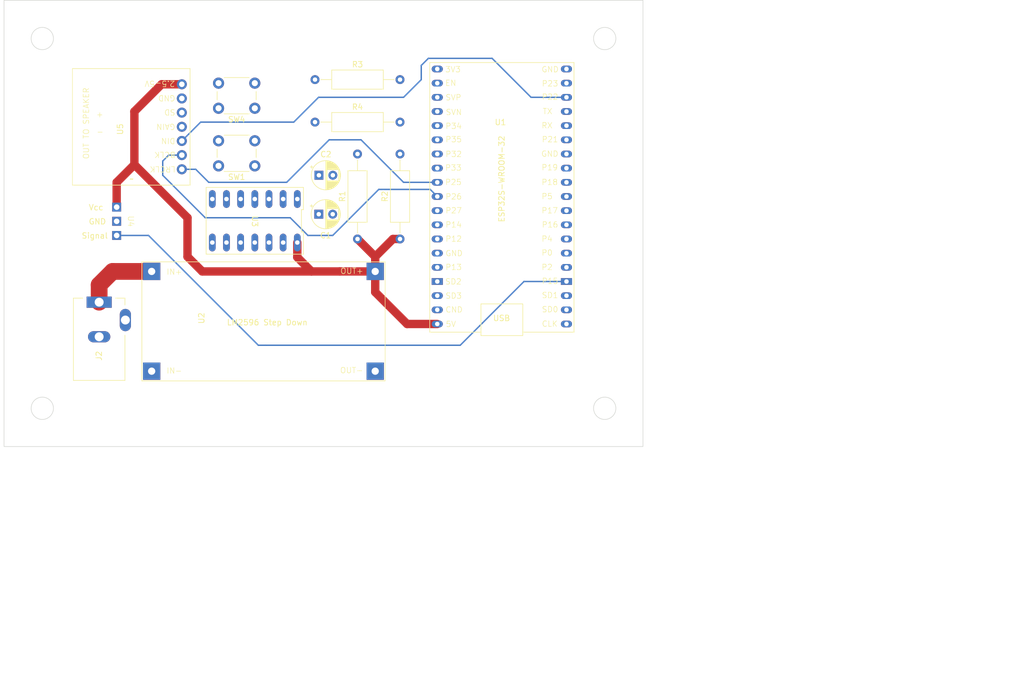
<source format=kicad_pcb>
(kicad_pcb (version 20240108) (generator "pcbnew") (generator_version "8.0")
  (layers (0 "F.Cu" signal) (1 "In1.Cu" signal) (2 "In2.Cu" signal) (31 "B.Cu" signal) (34 "B.Paste" user) (35 "F.Paste" user) (36 "B.SilkS" user "B.Silkscreen") (37 "F.SilkS" user "F.Silkscreen") (38 "B.Mask" user) (39 "F.Mask" user) (44 "Edge.Cuts" user))
  (net 0 "")
  (net 1 "Net-(U3-1A)")
  (net 2 "GNDREF")
  (net 3 "Net-(U3-2A)")
  (net 4 "Net-(U2-IN_+)")
  (net 6 "Net-(U1-5V)")
  (net 7 "Net-(R1-Pad2)")
  (net 8 "Net-(R2-Pad2)")
  (net 13 "Net-(U1-P25)")
  (net 14 "Net-(U1-P12)")
  (net 17 "Net-(U1-P14)")
  (net 23 "Net-(U1-P26)")
  (net 30 "Net-(U1-P22)")
  (net 43 "Net-(U1-P15)")
  (footprint "CustomConnector:BarrelJack_Kycon_KLDX-0202-xC_Horizontal (BreadBoard)" (layer "F.Cu") (at 105.445 126.265 90)
    (property "Reference" "J2" (at -9.625 -0.035 90) (layer "F.SilkS"))
    (property "Value" "Barrel_Jack_Switch")
    (fp_line (start 0.72 -4.62) (end -14.02 -4.62) (stroke (width 0.12)) (layer "F.SilkS"))
    (fp_line (start -14.02 -4.62) (end -14.02 4.62) (stroke (width 0.12)) (layer "F.SilkS"))
    (fp_line (start 0.72 -2.95) (end 0.72 -4.62) (stroke (width 0.12)) (layer "F.SilkS"))
    (fp_line (start 0.72 4.62) (end 0.72 2.95) (stroke (width 0.12)) (layer "F.SilkS"))
    (fp_line (start -0.5 4.62) (end 0.72 4.62) (stroke (width 0.12)) (layer "F.SilkS"))
    (fp_line (start -14.02 4.62) (end -5.9 4.62) (stroke (width 0.12)) (layer "F.SilkS"))
    (pad "1" thru_hole rect (at 0 0 90) (size 2 4.5) (drill oval 1.6) (layers "*.Cu" "*.Mask") (net 4 "Net-(U2-IN_+)"))
    (pad "2" thru_hole oval (at -6.2 0 90) (size 2 4) (drill oval 1.6) (layers "*.Cu" "*.Mask") (net 2 "GNDREF"))
    (pad "3" thru_hole oval (at -3.2 4.7 180) (size 2 4) (drill oval 1.6) (layers "*.Cu" "*.Mask"))
  )
  (footprint "Resistor_THT:R_Axial_DIN0309_L9.0mm_D3.2mm_P15.24mm_Horizontal" (layer "F.Cu") (at 144.145 86.36)
    (property "Reference" "R3" (at 7.62 -2.72 0) (layer "F.SilkS"))
    (property "Value" "1k")
    (fp_line (start 1.04 0) (end 3 0) (stroke (width 0.12)) (layer "F.SilkS"))
    (fp_line (start 3 -1.72) (end 3 1.72) (stroke (width 0.12)) (layer "F.SilkS"))
    (fp_line (start 3 1.72) (end 12.24 1.72) (stroke (width 0.12)) (layer "F.SilkS"))
    (fp_line (start 12.24 -1.72) (end 3 -1.72) (stroke (width 0.12)) (layer "F.SilkS"))
    (fp_line (start 12.24 1.72) (end 12.24 -1.72) (stroke (width 0.12)) (layer "F.SilkS"))
    (fp_line (start 14.2 0) (end 12.24 0) (stroke (width 0.12)) (layer "F.SilkS"))
    (pad "1" thru_hole circle (at 0 0) (size 1.6 1.6) (drill 0.8) (layers "*.Cu" "*.Mask") (net 8 "Net-(R2-Pad2)"))
    (pad "2" thru_hole oval (at 15.24 0) (size 1.6 1.6) (drill 0.8) (layers "*.Cu" "*.Mask") (net 1 "Net-(U3-1A)"))
  )
  (footprint "Button_Switch_THT:SW_PUSH_6mm_H5mm" (layer "F.Cu") (at 133.35 91.495 180)
    (property "Reference" "SW4" (at 3.25 -2 180) (layer "F.SilkS"))
    (property "Value" "SW_Push_Dual")
    (fp_line (start 6.75 3) (end 6.75 1.5) (stroke (width 0.12)) (layer "F.SilkS"))
    (fp_line (start 5.5 -1) (end 1 -1) (stroke (width 0.12)) (layer "F.SilkS"))
    (fp_line (start 1 5.5) (end 5.5 5.5) (stroke (width 0.12)) (layer "F.SilkS"))
    (fp_line (start -0.25 1.5) (end -0.25 3) (stroke (width 0.12)) (layer "F.SilkS"))
    (pad "1" thru_hole circle (at 0 0 270) (size 2 2) (drill 1.1) (layers "*.Cu" "*.Mask") (net 8 "Net-(R2-Pad2)"))
    (pad "2" thru_hole circle (at 6.5 0 270) (size 2 2) (drill 1.1) (layers "*.Cu" "*.Mask"))
    (pad "3" thru_hole circle (at 0 4.5 270) (size 2 2) (drill 1.1) (layers "*.Cu" "*.Mask"))
    (pad "4" thru_hole circle (at 6.5 4.5 270) (size 2 2) (drill 1.1) (layers "*.Cu" "*.Mask") (net 2 "GNDREF"))
  )
  (footprint "Resistor_THT:R_Axial_DIN0309_L9.0mm_D3.2mm_P15.24mm_Horizontal" (layer "F.Cu") (at 159.385 114.935 90)
    (property "Reference" "R2" (at 7.62 -2.72 -90) (layer "F.SilkS"))
    (property "Value" "15k")
    (fp_line (start 12.24 -1.72) (end 3 -1.72) (stroke (width 0.12)) (layer "F.SilkS"))
    (fp_line (start 3 -1.72) (end 3 1.72) (stroke (width 0.12)) (layer "F.SilkS"))
    (fp_line (start 14.2 0) (end 12.24 0) (stroke (width 0.12)) (layer "F.SilkS"))
    (fp_line (start 1.04 0) (end 3 0) (stroke (width 0.12)) (layer "F.SilkS"))
    (fp_line (start 12.24 1.72) (end 12.24 -1.72) (stroke (width 0.12)) (layer "F.SilkS"))
    (fp_line (start 3 1.72) (end 12.24 1.72) (stroke (width 0.12)) (layer "F.SilkS"))
    (pad "1" thru_hole circle (at 0 0 90) (size 1.6 1.6) (drill 0.8) (layers "*.Cu" "*.Mask") (net 6 "Net-(U1-5V)"))
    (pad "2" thru_hole oval (at 15.24 0 90) (size 1.6 1.6) (drill 0.8) (layers "*.Cu" "*.Mask") (net 8 "Net-(R2-Pad2)"))
  )
  (footprint "Capacitor_THT:CP_Radial_D5.0mm_P2.50mm" (layer "F.Cu") (at 144.82 110.49)
    (property "Reference" "C1" (at 1.23 3.81 0) (layer "F.SilkS"))
    (property "Value" "1uF")
    (fp_line (start -1.554775 -1.475) (end -1.054775 -1.475) (stroke (width 0.12)) (layer "F.SilkS"))
    (fp_line (start -1.304775 -1.725) (end -1.304775 -1.225) (stroke (width 0.12)) (layer "F.SilkS"))
    (fp_line (start 1.25 -2.58) (end 1.25 2.58) (stroke (width 0.12)) (layer "F.SilkS"))
    (fp_line (start 1.29 -2.58) (end 1.29 2.58) (stroke (width 0.12)) (layer "F.SilkS"))
    (fp_line (start 1.33 -2.579) (end 1.33 2.579) (stroke (width 0.12)) (layer "F.SilkS"))
    (fp_line (start 1.37 -2.578) (end 1.37 2.578) (stroke (width 0.12)) (layer "F.SilkS"))
    (fp_line (start 1.41 -2.576) (end 1.41 2.576) (stroke (width 0.12)) (layer "F.SilkS"))
    (fp_line (start 1.45 -2.573) (end 1.45 2.573) (stroke (width 0.12)) (layer "F.SilkS"))
    (fp_line (start 1.49 -2.569) (end 1.49 -1.04) (stroke (width 0.12)) (layer "F.SilkS"))
    (fp_line (start 1.49 1.04) (end 1.49 2.569) (stroke (width 0.12)) (layer "F.SilkS"))
    (fp_line (start 1.53 -2.565) (end 1.53 -1.04) (stroke (width 0.12)) (layer "F.SilkS"))
    (fp_line (start 1.53 1.04) (end 1.53 2.565) (stroke (width 0.12)) (layer "F.SilkS"))
    (fp_line (start 1.57 -2.561) (end 1.57 -1.04) (stroke (width 0.12)) (layer "F.SilkS"))
    (fp_line (start 1.57 1.04) (end 1.57 2.561) (stroke (width 0.12)) (layer "F.SilkS"))
    (fp_line (start 1.61 -2.556) (end 1.61 -1.04) (stroke (width 0.12)) (layer "F.SilkS"))
    (fp_line (start 1.61 1.04) (end 1.61 2.556) (stroke (width 0.12)) (layer "F.SilkS"))
    (fp_line (start 1.65 -2.55) (end 1.65 -1.04) (stroke (width 0.12)) (layer "F.SilkS"))
    (fp_line (start 1.65 1.04) (end 1.65 2.55) (stroke (width 0.12)) (layer "F.SilkS"))
    (fp_line (start 1.69 -2.543) (end 1.69 -1.04) (stroke (width 0.12)) (layer "F.SilkS"))
    (fp_line (start 1.69 1.04) (end 1.69 2.543) (stroke (width 0.12)) (layer "F.SilkS"))
    (fp_line (start 1.73 -2.536) (end 1.73 -1.04) (stroke (width 0.12)) (layer "F.SilkS"))
    (fp_line (start 1.73 1.04) (end 1.73 2.536) (stroke (width 0.12)) (layer "F.SilkS"))
    (fp_line (start 1.77 -2.528) (end 1.77 -1.04) (stroke (width 0.12)) (layer "F.SilkS"))
    (fp_line (start 1.77 1.04) (end 1.77 2.528) (stroke (width 0.12)) (layer "F.SilkS"))
    (fp_line (start 1.81 -2.52) (end 1.81 -1.04) (stroke (width 0.12)) (layer "F.SilkS"))
    (fp_line (start 1.81 1.04) (end 1.81 2.52) (stroke (width 0.12)) (layer "F.SilkS"))
    (fp_line (start 1.85 -2.511) (end 1.85 -1.04) (stroke (width 0.12)) (layer "F.SilkS"))
    (fp_line (start 1.85 1.04) (end 1.85 2.511) (stroke (width 0.12)) (layer "F.SilkS"))
    (fp_line (start 1.89 -2.501) (end 1.89 -1.04) (stroke (width 0.12)) (layer "F.SilkS"))
    (fp_line (start 1.89 1.04) (end 1.89 2.501) (stroke (width 0.12)) (layer "F.SilkS"))
    (fp_line (start 1.93 -2.491) (end 1.93 -1.04) (stroke (width 0.12)) (layer "F.SilkS"))
    (fp_line (start 1.93 1.04) (end 1.93 2.491) (stroke (width 0.12)) (layer "F.SilkS"))
    (fp_line (start 1.971 -2.48) (end 1.971 -1.04) (stroke (width 0.12)) (layer "F.SilkS"))
    (fp_line (start 1.971 1.04) (end 1.971 2.48) (stroke (width 0.12)) (layer "F.SilkS"))
    (fp_line (start 2.011 -2.468) (end 2.011 -1.04) (stroke (width 0.12)) (layer "F.SilkS"))
    (fp_line (start 2.011 1.04) (end 2.011 2.468) (stroke (width 0.12)) (layer "F.SilkS"))
    (fp_line (start 2.051 -2.455) (end 2.051 -1.04) (stroke (width 0.12)) (layer "F.SilkS"))
    (fp_line (start 2.051 1.04) (end 2.051 2.455) (stroke (width 0.12)) (layer "F.SilkS"))
    (fp_line (start 2.091 -2.442) (end 2.091 -1.04) (stroke (width 0.12)) (layer "F.SilkS"))
    (fp_line (start 2.091 1.04) (end 2.091 2.442) (stroke (width 0.12)) (layer "F.SilkS"))
    (fp_line (start 2.131 -2.428) (end 2.131 -1.04) (stroke (width 0.12)) (layer "F.SilkS"))
    (fp_line (start 2.131 1.04) (end 2.131 2.428) (stroke (width 0.12)) (layer "F.SilkS"))
    (fp_line (start 2.171 -2.414) (end 2.171 -1.04) (stroke (width 0.12)) (layer "F.SilkS"))
    (fp_line (start 2.171 1.04) (end 2.171 2.414) (stroke (width 0.12)) (layer "F.SilkS"))
    (fp_line (start 2.211 -2.398) (end 2.211 -1.04) (stroke (width 0.12)) (layer "F.SilkS"))
    (fp_line (start 2.211 1.04) (end 2.211 2.398) (stroke (width 0.12)) (layer "F.SilkS"))
    (fp_line (start 2.251 -2.382) (end 2.251 -1.04) (stroke (width 0.12)) (layer "F.SilkS"))
    (fp_line (start 2.251 1.04) (end 2.251 2.382) (stroke (width 0.12)) (layer "F.SilkS"))
    (fp_line (start 2.291 -2.365) (end 2.291 -1.04) (stroke (width 0.12)) (layer "F.SilkS"))
    (fp_line (start 2.291 1.04) (end 2.291 2.365) (stroke (width 0.12)) (layer "F.SilkS"))
    (fp_line (start 2.331 -2.348) (end 2.331 -1.04) (stroke (width 0.12)) (layer "F.SilkS"))
    (fp_line (start 2.331 1.04) (end 2.331 2.348) (stroke (width 0.12)) (layer "F.SilkS"))
    (fp_line (start 2.371 -2.329) (end 2.371 -1.04) (stroke (width 0.12)) (layer "F.SilkS"))
    (fp_line (start 2.371 1.04) (end 2.371 2.329) (stroke (width 0.12)) (layer "F.SilkS"))
    (fp_line (start 2.411 -2.31) (end 2.411 -1.04) (stroke (width 0.12)) (layer "F.SilkS"))
    (fp_line (start 2.411 1.04) (end 2.411 2.31) (stroke (width 0.12)) (layer "F.SilkS"))
    (fp_line (start 2.451 -2.29) (end 2.451 -1.04) (stroke (width 0.12)) (layer "F.SilkS"))
    (fp_line (start 2.451 1.04) (end 2.451 2.29) (stroke (width 0.12)) (layer "F.SilkS"))
    (fp_line (start 2.491 -2.268) (end 2.491 -1.04) (stroke (width 0.12)) (layer "F.SilkS"))
    (fp_line (start 2.491 1.04) (end 2.491 2.268) (stroke (width 0.12)) (layer "F.SilkS"))
    (fp_line (start 2.531 -2.247) (end 2.531 -1.04) (stroke (width 0.12)) (layer "F.SilkS"))
    (fp_line (start 2.531 1.04) (end 2.531 2.247) (stroke (width 0.12)) (layer "F.SilkS"))
    (fp_line (start 2.571 -2.224) (end 2.571 -1.04) (stroke (width 0.12)) (layer "F.SilkS"))
    (fp_line (start 2.571 1.04) (end 2.571 2.224) (stroke (width 0.12)) (layer "F.SilkS"))
    (fp_line (start 2.611 -2.2) (end 2.611 -1.04) (stroke (width 0.12)) (layer "F.SilkS"))
    (fp_line (start 2.611 1.04) (end 2.611 2.2) (stroke (width 0.12)) (layer "F.SilkS"))
    (fp_line (start 2.651 -2.175) (end 2.651 -1.04) (stroke (width 0.12)) (layer "F.SilkS"))
    (fp_line (start 2.651 1.04) (end 2.651 2.175) (stroke (width 0.12)) (layer "F.SilkS"))
    (fp_line (start 2.691 -2.149) (end 2.691 -1.04) (stroke (width 0.12)) (layer "F.SilkS"))
    (fp_line (start 2.691 1.04) (end 2.691 2.149) (stroke (width 0.12)) (layer "F.SilkS"))
    (fp_line (start 2.731 -2.122) (end 2.731 -1.04) (stroke (width 0.12)) (layer "F.SilkS"))
    (fp_line (start 2.731 1.04) (end 2.731 2.122) (stroke (width 0.12)) (layer "F.SilkS"))
    (fp_line (start 2.771 -2.095) (end 2.771 -1.04) (stroke (width 0.12)) (layer "F.SilkS"))
    (fp_line (start 2.771 1.04) (end 2.771 2.095) (stroke (width 0.12)) (layer "F.SilkS"))
    (fp_line (start 2.811 -2.065) (end 2.811 -1.04) (stroke (width 0.12)) (layer "F.SilkS"))
    (fp_line (start 2.811 1.04) (end 2.811 2.065) (stroke (width 0.12)) (layer "F.SilkS"))
    (fp_line (start 2.851 -2.035) (end 2.851 -1.04) (stroke (width 0.12)) (layer "F.SilkS"))
    (fp_line (start 2.851 1.04) (end 2.851 2.035) (stroke (width 0.12)) (layer "F.SilkS"))
    (fp_line (start 2.891 -2.004) (end 2.891 -1.04) (stroke (width 0.12)) (layer "F.SilkS"))
    (fp_line (start 2.891 1.04) (end 2.891 2.004) (stroke (width 0.12)) (layer "F.SilkS"))
    (fp_line (start 2.931 -1.971) (end 2.931 -1.04) (stroke (width 0.12)) (layer "F.SilkS"))
    (fp_line (start 2.931 1.04) (end 2.931 1.971) (stroke (width 0.12)) (layer "F.SilkS"))
    (fp_line (start 2.971 -1.937) (end 2.971 -1.04) (stroke (width 0.12)) (layer "F.SilkS"))
    (fp_line (start 2.971 1.04) (end 2.971 1.937) (stroke (width 0.12)) (layer "F.SilkS"))
    (fp_line (start 3.011 -1.901) (end 3.011 -1.04) (stroke (width 0.12)) (layer "F.SilkS"))
    (fp_line (start 3.011 1.04) (end 3.011 1.901) (stroke (width 0.12)) (layer "F.SilkS"))
    (fp_line (start 3.051 -1.864) (end 3.051 -1.04) (stroke (width 0.12)) (layer "F.SilkS"))
    (fp_line (start 3.051 1.04) (end 3.051 1.864) (stroke (width 0.12)) (layer "F.SilkS"))
    (fp_line (start 3.091 -1.826) (end 3.091 -1.04) (stroke (width 0.12)) (layer "F.SilkS"))
    (fp_line (start 3.091 1.04) (end 3.091 1.826) (stroke (width 0.12)) (layer "F.SilkS"))
    (fp_line (start 3.131 -1.785) (end 3.131 -1.04) (stroke (width 0.12)) (layer "F.SilkS"))
    (fp_line (start 3.131 1.04) (end 3.131 1.785) (stroke (width 0.12)) (layer "F.SilkS"))
    (fp_line (start 3.171 -1.743) (end 3.171 -1.04) (stroke (width 0.12)) (layer "F.SilkS"))
    (fp_line (start 3.171 1.04) (end 3.171 1.743) (stroke (width 0.12)) (layer "F.SilkS"))
    (fp_line (start 3.211 -1.699) (end 3.211 -1.04) (stroke (width 0.12)) (layer "F.SilkS"))
    (fp_line (start 3.211 1.04) (end 3.211 1.699) (stroke (width 0.12)) (layer "F.SilkS"))
    (fp_line (start 3.251 -1.653) (end 3.251 -1.04) (stroke (width 0.12)) (layer "F.SilkS"))
    (fp_line (start 3.251 1.04) (end 3.251 1.653) (stroke (width 0.12)) (layer "F.SilkS"))
    (fp_line (start 3.291 -1.605) (end 3.291 -1.04) (stroke (width 0.12)) (layer "F.SilkS"))
    (fp_line (start 3.291 1.04) (end 3.291 1.605) (stroke (width 0.12)) (layer "F.SilkS"))
    (fp_line (start 3.331 -1.554) (end 3.331 -1.04) (stroke (width 0.12)) (layer "F.SilkS"))
    (fp_line (start 3.331 1.04) (end 3.331 1.554) (stroke (width 0.12)) (layer "F.SilkS"))
    (fp_line (start 3.371 -1.5) (end 3.371 -1.04) (stroke (width 0.12)) (layer "F.SilkS"))
    (fp_line (start 3.371 1.04) (end 3.371 1.5) (stroke (width 0.12)) (layer "F.SilkS"))
    (fp_line (start 3.411 -1.443) (end 3.411 -1.04) (stroke (width 0.12)) (layer "F.SilkS"))
    (fp_line (start 3.411 1.04) (end 3.411 1.443) (stroke (width 0.12)) (layer "F.SilkS"))
    (fp_line (start 3.451 -1.383) (end 3.451 -1.04) (stroke (width 0.12)) (layer "F.SilkS"))
    (fp_line (start 3.451 1.04) (end 3.451 1.383) (stroke (width 0.12)) (layer "F.SilkS"))
    (fp_line (start 3.491 -1.319) (end 3.491 -1.04) (stroke (width 0.12)) (layer "F.SilkS"))
    (fp_line (start 3.491 1.04) (end 3.491 1.319) (stroke (width 0.12)) (layer "F.SilkS"))
    (fp_line (start 3.531 -1.251) (end 3.531 -1.04) (stroke (width 0.12)) (layer "F.SilkS"))
    (fp_line (start 3.531 1.04) (end 3.531 1.251) (stroke (width 0.12)) (layer "F.SilkS"))
    (fp_line (start 3.571 -1.178) (end 3.571 1.178) (stroke (width 0.12)) (layer "F.SilkS"))
    (fp_line (start 3.611 -1.098) (end 3.611 1.098) (stroke (width 0.12)) (layer "F.SilkS"))
    (fp_line (start 3.651 -1.011) (end 3.651 1.011) (stroke (width 0.12)) (layer "F.SilkS"))
    (fp_line (start 3.691 -0.915) (end 3.691 0.915) (stroke (width 0.12)) (layer "F.SilkS"))
    (fp_line (start 3.731 -0.805) (end 3.731 0.805) (stroke (width 0.12)) (layer "F.SilkS"))
    (fp_line (start 3.771 -0.677) (end 3.771 0.677) (stroke (width 0.12)) (layer "F.SilkS"))
    (fp_line (start 3.811 -0.518) (end 3.811 0.518) (stroke (width 0.12)) (layer "F.SilkS"))
    (fp_line (start 3.851 -0.284) (end 3.851 0.284) (stroke (width 0.12)) (layer "F.SilkS"))
    (fp_circle (center 1.25 0) (end 3.87 0) (stroke (width 0.12)) (fill none) (layer "F.SilkS"))
    (pad "1" thru_hole rect (at 0 0) (size 1.6 1.6) (drill 0.8) (layers "*.Cu" "*.Mask") (net 1 "Net-(U3-1A)"))
    (pad "2" thru_hole circle (at 2.5 0) (size 1.6 1.6) (drill 0.8) (layers "*.Cu" "*.Mask") (net 2 "GNDREF"))
  )
  (footprint "MAXAUDIO:MAX98357A Board" (layer "F.Cu") (at 111.2742 96.6978 180)
    (property "Reference" "U5" (at 2.0542 1.4478 -90) (layer "F.SilkS"))
    (property "Value" "~" (at 0 -7.4676 180) (layer "F.SilkS"))
    (fp_line (start 10.614 12.328) (end 10.614 -8.572) (stroke (width 0.1)) (layer "F.SilkS"))
    (fp_line (start 10.582 -8.5852) (end -10.468 -8.5852) (stroke (width 0.12)) (layer "F.SilkS"))
    (fp_line (start -10.468 12.3148) (end 10.582 12.3148) (stroke (width 0.12)) (layer "F.SilkS"))
    (fp_line (start -10.468 -8.5852) (end -10.468 12.3148) (stroke (width 0.12)) (layer "F.SilkS"))
    (fp_text user "LRCLK" (at -7.9248 -5.1308 180) (layer "F.SilkS") (effects (font (thickness 0.1)) (justify left bottom)))
    (fp_text user "2.5-5V" (at -7.8232 10.2108 180) (layer "F.SilkS") (effects (font (thickness 0.1)) (justify left bottom)))
    (fp_text user "BCLK" (at -7.9248 -2.54 180) (layer "F.SilkS") (effects (font (thickness 0.1)) (justify left bottom)))
    (fp_text user "DIN" (at -7.874 -0.0508 180) (layer "F.SilkS") (effects (font (thickness 0.1)) (justify left bottom)))
    (fp_text user "SD" (at -7.874 5.08 180) (layer "F.SilkS") (effects (font (thickness 0.1)) (justify left bottom)))
    (fp_text user "-" (at 4.9784 1.4224 180) (layer "F.SilkS") (effects (font (thickness 0.1)) (justify left bottom)))
    (fp_text user "GND" (at -7.874 7.62 180) (layer "F.SilkS") (effects (font (thickness 0.1)) (justify left bottom)))
    (fp_text user "OUT TO SPEAKER" (at 7.5692 -3.9624 90) (layer "F.SilkS") (effects (font (thickness 0.1)) (justify left bottom)))
    (fp_text user "+" (at 5.0292 4.5212 180) (layer "F.SilkS") (effects (font (thickness 0.1)) (justify left bottom)))
    (fp_text user "GAIN" (at -7.874 2.4892 180) (layer "F.SilkS") (effects (font (thickness 0.1)) (justify left bottom)))
    (pad "1" thru_hole circle (at -8.9948 -5.7404 180) (size 1.8 1.8) (drill 1) (layers "*.Cu" "*.Mask") (net 13 "Net-(U1-P25)"))
    (pad "2" thru_hole circle (at -8.9948 -3.2004 180) (size 1.8 1.8) (drill 1) (layers "*.Cu" "*.Mask") (net 23 "Net-(U1-P26)"))
    (pad "3" thru_hole circle (at -8.9948 -0.6604 180) (size 1.8 1.8) (drill 1) (layers "*.Cu" "*.Mask") (net 30 "Net-(U1-P22)"))
    (pad "4" thru_hole circle (at -8.9948 1.8796 180) (size 1.8 1.8) (drill 1) (layers "*.Cu" "*.Mask") (net 2 "GNDREF"))
    (pad "5" thru_hole circle (at -8.9948 4.4196 180) (size 1.8 1.8) (drill 1) (layers "*.Cu" "*.Mask"))
    (pad "6" thru_hole circle (at -8.9948 6.9596 180) (size 1.8 1.8) (drill 1) (layers "*.Cu" "*.Mask") (net 2 "GNDREF"))
    (pad "7" thru_hole circle (at -8.9948 9.4996 180) (size 1.8 1.8) (drill 1) (layers "*.Cu" "*.Mask") (net 6 "Net-(U1-5V)"))
  )
  (footprint "CustomConnector:MountingRail3x1" (layer "F.Cu") (at 108.4834 111.8108 -90)
    (property "Reference" "U4" (at -0.0508 -2.6416 -90) (layer "F.SilkS") (effects (font (thickness 0.1))))
    (property "Value" "~")
    (pad "1" thru_hole rect (at -2.5908 -0.1016 270) (size 1.6 1.6) (drill 1) (layers "*.Cu" "*.Mask") (net 6 "Net-(U1-5V)"))
    (pad "2" thru_hole rect (at -0.0508 -0.1016 270) (size 1.6 1.6) (drill 1) (layers "*.Cu" "*.Mask") (net 2 "GNDREF"))
    (pad "3" thru_hole rect (at 2.4892 -0.1016 270) (size 1.6 1.6) (drill 1) (layers "*.Cu" "*.Mask") (net 43 "Net-(U1-P15)"))
  )
  (footprint "Button_Switch_THT:SW_PUSH_6mm_H5mm" (layer "F.Cu") (at 133.35 101.825 180)
    (property "Reference" "SW1" (at 3.25 -2 180) (layer "F.SilkS"))
    (property "Value" "SW_Push_Dual")
    (fp_line (start 6.75 3) (end 6.75 1.5) (stroke (width 0.12)) (layer "F.SilkS"))
    (fp_line (start 5.5 -1) (end 1 -1) (stroke (width 0.12)) (layer "F.SilkS"))
    (fp_line (start 1 5.5) (end 5.5 5.5) (stroke (width 0.12)) (layer "F.SilkS"))
    (fp_line (start -0.25 1.5) (end -0.25 3) (stroke (width 0.12)) (layer "F.SilkS"))
    (pad "1" thru_hole circle (at 0 0 270) (size 2 2) (drill 1.1) (layers "*.Cu" "*.Mask") (net 7 "Net-(R1-Pad2)"))
    (pad "2" thru_hole circle (at 6.5 0 270) (size 2 2) (drill 1.1) (layers "*.Cu" "*.Mask"))
    (pad "3" thru_hole circle (at 0 4.5 270) (size 2 2) (drill 1.1) (layers "*.Cu" "*.Mask"))
    (pad "4" thru_hole circle (at 6.5 4.5 270) (size 2 2) (drill 1.1) (layers "*.Cu" "*.Mask") (net 2 "GNDREF"))
  )
  (footprint "Resistor_THT:R_Axial_DIN0309_L9.0mm_D3.2mm_P15.24mm_Horizontal" (layer "F.Cu") (at 144.145 93.98)
    (property "Reference" "R4" (at 7.62 -2.72 0) (layer "F.SilkS"))
    (property "Value" "1k")
    (fp_line (start 1.04 0) (end 3 0) (stroke (width 0.12)) (layer "F.SilkS"))
    (fp_line (start 3 -1.72) (end 3 1.72) (stroke (width 0.12)) (layer "F.SilkS"))
    (fp_line (start 3 1.72) (end 12.24 1.72) (stroke (width 0.12)) (layer "F.SilkS"))
    (fp_line (start 12.24 -1.72) (end 3 -1.72) (stroke (width 0.12)) (layer "F.SilkS"))
    (fp_line (start 12.24 1.72) (end 12.24 -1.72) (stroke (width 0.12)) (layer "F.SilkS"))
    (fp_line (start 14.2 0) (end 12.24 0) (stroke (width 0.12)) (layer "F.SilkS"))
    (pad "1" thru_hole circle (at 0 0) (size 1.6 1.6) (drill 0.8) (layers "*.Cu" "*.Mask") (net 7 "Net-(R1-Pad2)"))
    (pad "2" thru_hole oval (at 15.24 0) (size 1.6 1.6) (drill 0.8) (layers "*.Cu" "*.Mask") (net 3 "Net-(U3-2A)"))
  )
  (footprint "Espressif_EXT:ESP-WROOM-32" (layer "F.Cu") (at 166.2176 94.0054)
    (property "Reference" "U1" (at 11.176 0 0) (layer "F.SilkS"))
    (property "Value" "ESP32S-WROOM-32" (at 11.4 10.16 90) (layer "F.SilkS"))
    (fp_line (start -1.5 -10.7) (end -1.5 37.6428) (stroke (width 0.12)) (layer "F.SilkS"))
    (fp_line (start -1.5 37.6428) (end 7.676 37.6428) (stroke (width 0.12)) (layer "F.SilkS"))
    (fp_line (start 24.359999 37.6428) (end 15.183999 37.6428) (stroke (width 0.12)) (layer "F.SilkS"))
    (fp_line (start 24.359999 37.6428) (end 24.36 -10.7) (stroke (width 0.12)) (layer "F.SilkS"))
    (fp_line (start 24.36 -10.7) (end -1.5 -10.7) (stroke (width 0.12)) (layer "F.SilkS"))
    (fp_rect (start 7.6792 32.5608) (end 15.1792 38.2524) (stroke (width 0.12)) (fill none) (layer "F.SilkS"))
    (fp_text user "P22" (at 18.542 -3.9624 0) (layer "F.SilkS") (effects (font (thickness 0.1)) (justify left bottom)))
    (fp_text user "P2" (at 18.4912 26.5684 0) (layer "F.SilkS") (effects (font (thickness 0.1)) (justify left bottom)))
    (fp_text user "P27" (at 1.27 16.4084 0) (layer "F.SilkS") (effects (font (thickness 0.1)) (justify left bottom)))
    (fp_text user "CLK" (at 18.542 36.7284 0) (layer "F.SilkS") (effects (font (thickness 0.1)) (justify left bottom)))
    (fp_text user "P23" (at 18.542 -6.35 0) (layer "F.SilkS") (effects (font (thickness 0.1)) (justify left bottom)))
    (fp_text user "SD0" (at 18.542 34.1376 0) (layer "F.SilkS") (effects (font (thickness 0.1)) (justify left bottom)))
    (fp_text user "P13" (at 1.27 26.5684 0) (layer "F.SilkS") (effects (font (thickness 0.1)) (justify left bottom)))
    (fp_text user "3V3" (at 1.2192 -8.89 0) (layer "F.SilkS") (effects (font (thickness 0.1)) (justify left bottom)))
    (fp_text user "P18" (at 18.4912 11.3284 0) (layer "F.SilkS") (effects (font (thickness 0.1)) (justify left bottom)))
    (fp_text user "RX" (at 18.4912 1.1684 0) (layer "F.SilkS") (effects (font (thickness 0.1)) (justify left bottom)))
    (fp_text user "P5" (at 18.4912 13.8684 0) (layer "F.SilkS") (effects (font (thickness 0.1)) (justify left bottom)))
    (fp_text user "P0" (at 18.4912 23.9776 0) (layer "F.SilkS") (effects (font (thickness 0.1)) (justify left bottom)))
    (fp_text user "P19" (at 18.4912 8.6868 0) (layer "F.SilkS") (effects (font (thickness 0.1)) (justify left bottom)))
    (fp_text user "P35" (at 1.27 3.6576 0) (layer "F.SilkS") (effects (font (thickness 0.1)) (justify left bottom)))
    (fp_text user "P33" (at 1.2192 8.7376 0) (layer "F.SilkS") (effects (font (thickness 0.1)) (justify left bottom)))
    (fp_text user "P32" (at 1.27 6.2992 0) (layer "F.SilkS") (effects (font (thickness 0.1)) (justify left bottom)))
    (fp_text user "P17" (at 18.4912 16.4084 0) (layer "F.SilkS") (effects (font (thickness 0.1)) (justify left bottom)))
    (fp_text user "GND" (at 18.4404 6.2484 0) (layer "F.SilkS") (effects (font (thickness 0.1)) (justify left bottom)))
    (fp_text user "CND" (at 1.27 34.1884 0) (layer "F.SilkS") (effects (font (thickness 0.1)) (justify left bottom)))
    (fp_text user "P25" (at 1.2192 11.3284 0) (layer "F.SilkS") (effects (font (thickness 0.1)) (justify left bottom)))
    (fp_text user "P14" (at 1.27 18.9484 0) (layer "F.SilkS") (effects (font (thickness 0.1)) (justify left bottom)))
    (fp_text user "SD2" (at 1.2192 29.1592 0) (layer "F.SilkS") (effects (font (thickness 0.1)) (justify left bottom)))
    (fp_text user "SD1" (at 18.542 31.5976 0) (layer "F.SilkS") (effects (font (thickness 0.1)) (justify left bottom)))
    (fp_text user "P21" (at 18.542 3.6576 0) (layer "F.SilkS") (effects (font (thickness 0.1)) (justify left bottom)))
    (fp_text user "EN" (at 1.2192 -6.4516 0) (layer "F.SilkS") (effects (font (thickness 0.1)) (justify left bottom)))
    (fp_text user "USB" (at 11.3792 35.7124 0) (layer "F.SilkS") (effects (justify bottom)))
    (fp_text user "P15" (at 18.542 29.0576 0) (layer "F.SilkS") (effects (font (thickness 0.1)) (justify left bottom)))
    (fp_text user "P16" (at 18.542 18.9484 0) (layer "F.SilkS") (effects (font (thickness 0.1)) (justify left bottom)))
    (fp_text user "P26" (at 1.27 13.9192 0) (layer "F.SilkS") (effects (font (thickness 0.1)) (justify left bottom)))
    (fp_text user "P4" (at 18.4912 21.4884 0) (layer "F.SilkS") (effects (font (thickness 0.1)) (justify left bottom)))
    (fp_text user "SD3" (at 1.27 31.6992 0) (layer "F.SilkS") (effects (font (thickness 0.1)) (justify left bottom)))
    (fp_text user "P12" (at 1.27 21.4884 0) (layer "F.SilkS") (effects (font (thickness 0.1)) (justify left bottom)))
    (fp_text user "TX" (at 18.6944 -1.3716 0) (layer "F.SilkS") (effects (font (thickness 0.1)) (justify left bottom)))
    (fp_text user "GND" (at 18.4912 -8.89 0) (layer "F.SilkS") (effects (font (thickness 0.1)) (justify left bottom)))
    (fp_text user "SVP" (at 1.27 -3.8608 0) (layer "F.SilkS") (effects (font (thickness 0.1)) (justify left bottom)))
    (fp_text user "5V" (at 1.3208 36.7792 0) (layer "F.SilkS") (effects (font (thickness 0.1)) (justify left bottom)))
    (fp_text user "P34" (at 1.27 1.27 0) (layer "F.SilkS") (effects (font (thickness 0.1)) (justify left bottom)))
    (fp_text user "GND" (at 1.27 24.0792 0) (layer "F.SilkS") (effects (font (thickness 0.1)) (justify left bottom)))
    (fp_text user "SVN" (at 1.3208 -1.2192 0) (layer "F.SilkS") (effects (font (thickness 0.1)) (justify left bottom)))
    (pad "1" thru_hole oval (at -0.1524 -9.5504 270) (size 1.2 2) (drill 0.8) (layers "*.Cu" "*.Mask" "B.Paste"))
    (pad "2" thru_hole oval (at -0.1524 -7.0104 270) (size 1.2 2) (drill 0.8) (layers "*.Cu" "*.Mask"))
    (pad "3" thru_hole oval (at -0.1524 -4.4704 270) (size 1.2 2) (drill 0.8) (layers "*.Cu" "*.Mask" "B.Paste"))
    (pad "4" thru_hole oval (at -0.1524 -1.9304 270) (size 1.2 2) (drill 0.8) (layers "*.Cu" "*.Mask"))
    (pad "5" thru_hole oval (at -0.1524 0.6096 270) (size 1.2 2) (drill 0.8) (layers "*.Cu" "*.Mask" "B.Paste"))
    (pad "6" thru_hole oval (at -0.1524 3.1496 270) (size 1.2 2) (drill 0.8) (layers "*.Cu" "*.Mask"))
    (pad "7" thru_hole oval (at -0.1524 5.6896 270) (size 1.2 2) (drill 0.8) (layers "*.Cu" "*.Mask" "B.Paste"))
    (pad "8" thru_hole oval (at -0.1524 8.2296 270) (size 1.2 2) (drill 0.8) (layers "*.Cu" "*.Mask"))
    (pad "9" thru_hole oval (at -0.1524 10.7696 270) (size 1.2 2) (drill 0.8) (layers "*.Cu" "*.Mask" "B.Paste") (net 13 "Net-(U1-P25)"))
    (pad "10" thru_hole oval (at -0.1524 13.3096 270) (size 1.2 2) (drill 0.8) (layers "*.Cu" "*.Mask") (net 23 "Net-(U1-P26)"))
    (pad "11" thru_hole oval (at -0.1524 15.8496 270) (size 1.2 2) (drill 0.8) (layers "*.Cu" "*.Mask" "B.Paste"))
    (pad "12" thru_hole oval (at -0.1524 18.3896 270) (size 1.2 2) (drill 0.8) (layers "*.Cu" "*.Mask") (net 17 "Net-(U1-P14)"))
    (pad "13" thru_hole oval (at -0.1524 20.9296 270) (size 1.2 2) (drill 0.8) (layers "*.Cu" "*.Mask" "B.Paste") (net 14 "Net-(U1-P12)"))
    (pad "14" thru_hole oval (at -0.1524 23.4696 270) (size 1.2 2) (drill 0.8) (layers "*.Cu" "*.Mask") (net 2 "GNDREF"))
    (pad "15" thru_hole oval (at -0.1524 26.0096 270) (size 1.2 2) (drill 0.8) (layers "*.Cu" "*.Mask" "B.Paste"))
    (pad "16" thru_hole rect (at -0.1524 28.5496 270) (size 1.2 2) (drill 0.8) (layers "*.Cu" "*.Mask"))
    (pad "17" thru_hole oval (at -0.1524 31.0896 270) (size 1.2 2) (drill 0.8) (layers "*.Cu" "*.Mask"))
    (pad "18" thru_hole oval (at -0.1524 33.6296 270) (size 1.2 2) (drill 0.8) (layers "*.Cu" "*.Mask" "B.Paste"))
    (pad "19" thru_hole oval (at -0.1524 36.1696 270) (size 1.2 2) (drill 0.8) (layers "*.Cu" "*.Mask") (net 6 "Net-(U1-5V)"))
    (pad "20" thru_hole oval (at 23.0124 -9.5504 270) (size 1.2 2) (drill 0.8) (layers "*.Cu" "*.Mask" "B.Paste") (net 2 "GNDREF"))
    (pad "21" thru_hole oval (at 23.0124 -7.0104 270) (size 1.2 2) (drill 0.8) (layers "*.Cu" "*.Mask"))
    (pad "22" thru_hole oval (at 23.0124 -4.4704 270) (size 1.2 2) (drill 0.8) (layers "*.Cu" "*.Mask" "B.Paste") (net 30 "Net-(U1-P22)"))
    (pad "23" thru_hole oval (at 23.0124 -1.9304 270) (size 1.2 2) (drill 0.8) (layers "*.Cu" "*.Mask"))
    (pad "24" thru_hole oval (at 23.0124 0.6096 270) (size 1.2 2) (drill 0.8) (layers "*.Cu" "*.Mask" "B.Paste"))
    (pad "25" thru_hole oval (at 23.0124 3.1496 270) (size 1.2 2) (drill 0.8) (layers "*.Cu" "*.Mask"))
    (pad "26" thru_hole oval (at 23.0124 5.6896 270) (size 1.2 2) (drill 0.8) (layers "*.Cu" "*.Mask" "B.Paste"))
    (pad "27" thru_hole oval (at 23.0124 8.2296 270) (size 1.2 2) (drill 0.8) (layers "*.Cu" "*.Mask"))
    (pad "28" thru_hole oval (at 23.0124 10.7696 270) (size 1.2 2) (drill 0.8) (layers "*.Cu" "*.Mask" "B.Paste"))
    (pad "29" thru_hole oval (at 23.0124 13.3096 270) (size 1.2 2) (drill 0.8) (layers "*.Cu" "*.Mask"))
    (pad "30" thru_hole oval (at 23.0124 15.8496 270) (size 1.2 2) (drill 0.8) (layers "*.Cu" "*.Mask" "B.Paste"))
    (pad "31" thru_hole oval (at 23.0124 18.3896 270) (size 1.2 2) (drill 0.8) (layers "*.Cu" "*.Mask"))
    (pad "32" thru_hole oval (at 23.0124 20.9296 270) (size 1.2 2) (drill 0.8) (layers "*.Cu" "*.Mask" "B.Paste"))
    (pad "33" thru_hole oval (at 23.0124 23.4696 270) (size 1.2 2) (drill 0.8) (layers "*.Cu" "*.Mask"))
    (pad "34" thru_hole oval (at 23.0124 26.0096 270) (size 1.2 2) (drill 0.8) (layers "*.Cu" "*.Mask" "B.Paste"))
    (pad "35" thru_hole rect (at 23.0124 28.5496 270) (size 1.2 2) (drill 0.8) (layers "*.Cu" "*.Mask") (net 43 "Net-(U1-P15)"))
    (pad "36" thru_hole oval (at 23.0124 31.0896 270) (size 1.2 2) (drill 0.8) (layers "*.Cu" "*.Mask"))
    (pad "37" thru_hole oval (at 23.0124 33.6296 270) (size 1.2 2) (drill 0.8) (layers "*.Cu" "*.Mask" "B.Paste"))
    (pad "38" thru_hole oval (at 23.0124 36.1696 270) (size 1.2 2) (drill 0.8) (layers "*.Cu" "*.Mask"))
  )
  (footprint "Capacitor_THT:CP_Radial_D5.0mm_P2.50mm" (layer "F.Cu") (at 144.844888 103.505)
    (property "Reference" "C2" (at 1.25 -3.75 0) (layer "F.SilkS"))
    (property "Value" "1uF")
    (fp_line (start -1.554775 -1.475) (end -1.054775 -1.475) (stroke (width 0.12)) (layer "F.SilkS"))
    (fp_line (start -1.304775 -1.725) (end -1.304775 -1.225) (stroke (width 0.12)) (layer "F.SilkS"))
    (fp_line (start 1.25 -2.58) (end 1.25 2.58) (stroke (width 0.12)) (layer "F.SilkS"))
    (fp_line (start 1.29 -2.58) (end 1.29 2.58) (stroke (width 0.12)) (layer "F.SilkS"))
    (fp_line (start 1.33 -2.579) (end 1.33 2.579) (stroke (width 0.12)) (layer "F.SilkS"))
    (fp_line (start 1.37 -2.578) (end 1.37 2.578) (stroke (width 0.12)) (layer "F.SilkS"))
    (fp_line (start 1.41 -2.576) (end 1.41 2.576) (stroke (width 0.12)) (layer "F.SilkS"))
    (fp_line (start 1.45 -2.573) (end 1.45 2.573) (stroke (width 0.12)) (layer "F.SilkS"))
    (fp_line (start 1.49 -2.569) (end 1.49 -1.04) (stroke (width 0.12)) (layer "F.SilkS"))
    (fp_line (start 1.49 1.04) (end 1.49 2.569) (stroke (width 0.12)) (layer "F.SilkS"))
    (fp_line (start 1.53 -2.565) (end 1.53 -1.04) (stroke (width 0.12)) (layer "F.SilkS"))
    (fp_line (start 1.53 1.04) (end 1.53 2.565) (stroke (width 0.12)) (layer "F.SilkS"))
    (fp_line (start 1.57 -2.561) (end 1.57 -1.04) (stroke (width 0.12)) (layer "F.SilkS"))
    (fp_line (start 1.57 1.04) (end 1.57 2.561) (stroke (width 0.12)) (layer "F.SilkS"))
    (fp_line (start 1.61 -2.556) (end 1.61 -1.04) (stroke (width 0.12)) (layer "F.SilkS"))
    (fp_line (start 1.61 1.04) (end 1.61 2.556) (stroke (width 0.12)) (layer "F.SilkS"))
    (fp_line (start 1.65 -2.55) (end 1.65 -1.04) (stroke (width 0.12)) (layer "F.SilkS"))
    (fp_line (start 1.65 1.04) (end 1.65 2.55) (stroke (width 0.12)) (layer "F.SilkS"))
    (fp_line (start 1.69 -2.543) (end 1.69 -1.04) (stroke (width 0.12)) (layer "F.SilkS"))
    (fp_line (start 1.69 1.04) (end 1.69 2.543) (stroke (width 0.12)) (layer "F.SilkS"))
    (fp_line (start 1.73 -2.536) (end 1.73 -1.04) (stroke (width 0.12)) (layer "F.SilkS"))
    (fp_line (start 1.73 1.04) (end 1.73 2.536) (stroke (width 0.12)) (layer "F.SilkS"))
    (fp_line (start 1.77 -2.528) (end 1.77 -1.04) (stroke (width 0.12)) (layer "F.SilkS"))
    (fp_line (start 1.77 1.04) (end 1.77 2.528) (stroke (width 0.12)) (layer "F.SilkS"))
    (fp_line (start 1.81 -2.52) (end 1.81 -1.04) (stroke (width 0.12)) (layer "F.SilkS"))
    (fp_line (start 1.81 1.04) (end 1.81 2.52) (stroke (width 0.12)) (layer "F.SilkS"))
    (fp_line (start 1.85 -2.511) (end 1.85 -1.04) (stroke (width 0.12)) (layer "F.SilkS"))
    (fp_line (start 1.85 1.04) (end 1.85 2.511) (stroke (width 0.12)) (layer "F.SilkS"))
    (fp_line (start 1.89 -2.501) (end 1.89 -1.04) (stroke (width 0.12)) (layer "F.SilkS"))
    (fp_line (start 1.89 1.04) (end 1.89 2.501) (stroke (width 0.12)) (layer "F.SilkS"))
    (fp_line (start 1.93 -2.491) (end 1.93 -1.04) (stroke (width 0.12)) (layer "F.SilkS"))
    (fp_line (start 1.93 1.04) (end 1.93 2.491) (stroke (width 0.12)) (layer "F.SilkS"))
    (fp_line (start 1.971 -2.48) (end 1.971 -1.04) (stroke (width 0.12)) (layer "F.SilkS"))
    (fp_line (start 1.971 1.04) (end 1.971 2.48) (stroke (width 0.12)) (layer "F.SilkS"))
    (fp_line (start 2.011 -2.468) (end 2.011 -1.04) (stroke (width 0.12)) (layer "F.SilkS"))
    (fp_line (start 2.011 1.04) (end 2.011 2.468) (stroke (width 0.12)) (layer "F.SilkS"))
    (fp_line (start 2.051 -2.455) (end 2.051 -1.04) (stroke (width 0.12)) (layer "F.SilkS"))
    (fp_line (start 2.051 1.04) (end 2.051 2.455) (stroke (width 0.12)) (layer "F.SilkS"))
    (fp_line (start 2.091 -2.442) (end 2.091 -1.04) (stroke (width 0.12)) (layer "F.SilkS"))
    (fp_line (start 2.091 1.04) (end 2.091 2.442) (stroke (width 0.12)) (layer "F.SilkS"))
    (fp_line (start 2.131 -2.428) (end 2.131 -1.04) (stroke (width 0.12)) (layer "F.SilkS"))
    (fp_line (start 2.131 1.04) (end 2.131 2.428) (stroke (width 0.12)) (layer "F.SilkS"))
    (fp_line (start 2.171 -2.414) (end 2.171 -1.04) (stroke (width 0.12)) (layer "F.SilkS"))
    (fp_line (start 2.171 1.04) (end 2.171 2.414) (stroke (width 0.12)) (layer "F.SilkS"))
    (fp_line (start 2.211 -2.398) (end 2.211 -1.04) (stroke (width 0.12)) (layer "F.SilkS"))
    (fp_line (start 2.211 1.04) (end 2.211 2.398) (stroke (width 0.12)) (layer "F.SilkS"))
    (fp_line (start 2.251 -2.382) (end 2.251 -1.04) (stroke (width 0.12)) (layer "F.SilkS"))
    (fp_line (start 2.251 1.04) (end 2.251 2.382) (stroke (width 0.12)) (layer "F.SilkS"))
    (fp_line (start 2.291 -2.365) (end 2.291 -1.04) (stroke (width 0.12)) (layer "F.SilkS"))
    (fp_line (start 2.291 1.04) (end 2.291 2.365) (stroke (width 0.12)) (layer "F.SilkS"))
    (fp_line (start 2.331 -2.348) (end 2.331 -1.04) (stroke (width 0.12)) (layer "F.SilkS"))
    (fp_line (start 2.331 1.04) (end 2.331 2.348) (stroke (width 0.12)) (layer "F.SilkS"))
    (fp_line (start 2.371 -2.329) (end 2.371 -1.04) (stroke (width 0.12)) (layer "F.SilkS"))
    (fp_line (start 2.371 1.04) (end 2.371 2.329) (stroke (width 0.12)) (layer "F.SilkS"))
    (fp_line (start 2.411 -2.31) (end 2.411 -1.04) (stroke (width 0.12)) (layer "F.SilkS"))
    (fp_line (start 2.411 1.04) (end 2.411 2.31) (stroke (width 0.12)) (layer "F.SilkS"))
    (fp_line (start 2.451 -2.29) (end 2.451 -1.04) (stroke (width 0.12)) (layer "F.SilkS"))
    (fp_line (start 2.451 1.04) (end 2.451 2.29) (stroke (width 0.12)) (layer "F.SilkS"))
    (fp_line (start 2.491 -2.268) (end 2.491 -1.04) (stroke (width 0.12)) (layer "F.SilkS"))
    (fp_line (start 2.491 1.04) (end 2.491 2.268) (stroke (width 0.12)) (layer "F.SilkS"))
    (fp_line (start 2.531 -2.247) (end 2.531 -1.04) (stroke (width 0.12)) (layer "F.SilkS"))
    (fp_line (start 2.531 1.04) (end 2.531 2.247) (stroke (width 0.12)) (layer "F.SilkS"))
    (fp_line (start 2.571 -2.224) (end 2.571 -1.04) (stroke (width 0.12)) (layer "F.SilkS"))
    (fp_line (start 2.571 1.04) (end 2.571 2.224) (stroke (width 0.12)) (layer "F.SilkS"))
    (fp_line (start 2.611 -2.2) (end 2.611 -1.04) (stroke (width 0.12)) (layer "F.SilkS"))
    (fp_line (start 2.611 1.04) (end 2.611 2.2) (stroke (width 0.12)) (layer "F.SilkS"))
    (fp_line (start 2.651 -2.175) (end 2.651 -1.04) (stroke (width 0.12)) (layer "F.SilkS"))
    (fp_line (start 2.651 1.04) (end 2.651 2.175) (stroke (width 0.12)) (layer "F.SilkS"))
    (fp_line (start 2.691 -2.149) (end 2.691 -1.04) (stroke (width 0.12)) (layer "F.SilkS"))
    (fp_line (start 2.691 1.04) (end 2.691 2.149) (stroke (width 0.12)) (layer "F.SilkS"))
    (fp_line (start 2.731 -2.122) (end 2.731 -1.04) (stroke (width 0.12)) (layer "F.SilkS"))
    (fp_line (start 2.731 1.04) (end 2.731 2.122) (stroke (width 0.12)) (layer "F.SilkS"))
    (fp_line (start 2.771 -2.095) (end 2.771 -1.04) (stroke (width 0.12)) (layer "F.SilkS"))
    (fp_line (start 2.771 1.04) (end 2.771 2.095) (stroke (width 0.12)) (layer "F.SilkS"))
    (fp_line (start 2.811 -2.065) (end 2.811 -1.04) (stroke (width 0.12)) (layer "F.SilkS"))
    (fp_line (start 2.811 1.04) (end 2.811 2.065) (stroke (width 0.12)) (layer "F.SilkS"))
    (fp_line (start 2.851 -2.035) (end 2.851 -1.04) (stroke (width 0.12)) (layer "F.SilkS"))
    (fp_line (start 2.851 1.04) (end 2.851 2.035) (stroke (width 0.12)) (layer "F.SilkS"))
    (fp_line (start 2.891 -2.004) (end 2.891 -1.04) (stroke (width 0.12)) (layer "F.SilkS"))
    (fp_line (start 2.891 1.04) (end 2.891 2.004) (stroke (width 0.12)) (layer "F.SilkS"))
    (fp_line (start 2.931 -1.971) (end 2.931 -1.04) (stroke (width 0.12)) (layer "F.SilkS"))
    (fp_line (start 2.931 1.04) (end 2.931 1.971) (stroke (width 0.12)) (layer "F.SilkS"))
    (fp_line (start 2.971 -1.937) (end 2.971 -1.04) (stroke (width 0.12)) (layer "F.SilkS"))
    (fp_line (start 2.971 1.04) (end 2.971 1.937) (stroke (width 0.12)) (layer "F.SilkS"))
    (fp_line (start 3.011 -1.901) (end 3.011 -1.04) (stroke (width 0.12)) (layer "F.SilkS"))
    (fp_line (start 3.011 1.04) (end 3.011 1.901) (stroke (width 0.12)) (layer "F.SilkS"))
    (fp_line (start 3.051 -1.864) (end 3.051 -1.04) (stroke (width 0.12)) (layer "F.SilkS"))
    (fp_line (start 3.051 1.04) (end 3.051 1.864) (stroke (width 0.12)) (layer "F.SilkS"))
    (fp_line (start 3.091 -1.826) (end 3.091 -1.04) (stroke (width 0.12)) (layer "F.SilkS"))
    (fp_line (start 3.091 1.04) (end 3.091 1.826) (stroke (width 0.12)) (layer "F.SilkS"))
    (fp_line (start 3.131 -1.785) (end 3.131 -1.04) (stroke (width 0.12)) (layer "F.SilkS"))
    (fp_line (start 3.131 1.04) (end 3.131 1.785) (stroke (width 0.12)) (layer "F.SilkS"))
    (fp_line (start 3.171 -1.743) (end 3.171 -1.04) (stroke (width 0.12)) (layer "F.SilkS"))
    (fp_line (start 3.171 1.04) (end 3.171 1.743) (stroke (width 0.12)) (layer "F.SilkS"))
    (fp_line (start 3.211 -1.699) (end 3.211 -1.04) (stroke (width 0.12)) (layer "F.SilkS"))
    (fp_line (start 3.211 1.04) (end 3.211 1.699) (stroke (width 0.12)) (layer "F.SilkS"))
    (fp_line (start 3.251 -1.653) (end 3.251 -1.04) (stroke (width 0.12)) (layer "F.SilkS"))
    (fp_line (start 3.251 1.04) (end 3.251 1.653) (stroke (width 0.12)) (layer "F.SilkS"))
    (fp_line (start 3.291 -1.605) (end 3.291 -1.04) (stroke (width 0.12)) (layer "F.SilkS"))
    (fp_line (start 3.291 1.04) (end 3.291 1.605) (stroke (width 0.12)) (layer "F.SilkS"))
    (fp_line (start 3.331 -1.554) (end 3.331 -1.04) (stroke (width 0.12)) (layer "F.SilkS"))
    (fp_line (start 3.331 1.04) (end 3.331 1.554) (stroke (width 0.12)) (layer "F.SilkS"))
    (fp_line (start 3.371 -1.5) (end 3.371 -1.04) (stroke (width 0.12)) (layer "F.SilkS"))
    (fp_line (start 3.371 1.04) (end 3.371 1.5) (stroke (width 0.12)) (layer "F.SilkS"))
    (fp_line (start 3.411 -1.443) (end 3.411 -1.04) (stroke (width 0.12)) (layer "F.SilkS"))
    (fp_line (start 3.411 1.04) (end 3.411 1.443) (stroke (width 0.12)) (layer "F.SilkS"))
    (fp_line (start 3.451 -1.383) (end 3.451 -1.04) (stroke (width 0.12)) (layer "F.SilkS"))
    (fp_line (start 3.451 1.04) (end 3.451 1.383) (stroke (width 0.12)) (layer "F.SilkS"))
    (fp_line (start 3.491 -1.319) (end 3.491 -1.04) (stroke (width 0.12)) (layer "F.SilkS"))
    (fp_line (start 3.491 1.04) (end 3.491 1.319) (stroke (width 0.12)) (layer "F.SilkS"))
    (fp_line (start 3.531 -1.251) (end 3.531 -1.04) (stroke (width 0.12)) (layer "F.SilkS"))
    (fp_line (start 3.531 1.04) (end 3.531 1.251) (stroke (width 0.12)) (layer "F.SilkS"))
    (fp_line (start 3.571 -1.178) (end 3.571 1.178) (stroke (width 0.12)) (layer "F.SilkS"))
    (fp_line (start 3.611 -1.098) (end 3.611 1.098) (stroke (width 0.12)) (layer "F.SilkS"))
    (fp_line (start 3.651 -1.011) (end 3.651 1.011) (stroke (width 0.12)) (layer "F.SilkS"))
    (fp_line (start 3.691 -0.915) (end 3.691 0.915) (stroke (width 0.12)) (layer "F.SilkS"))
    (fp_line (start 3.731 -0.805) (end 3.731 0.805) (stroke (width 0.12)) (layer "F.SilkS"))
    (fp_line (start 3.771 -0.677) (end 3.771 0.677) (stroke (width 0.12)) (layer "F.SilkS"))
    (fp_line (start 3.811 -0.518) (end 3.811 0.518) (stroke (width 0.12)) (layer "F.SilkS"))
    (fp_line (start 3.851 -0.284) (end 3.851 0.284) (stroke (width 0.12)) (layer "F.SilkS"))
    (fp_circle (center 1.25 0) (end 3.87 0) (stroke (width 0.12)) (fill none) (layer "F.SilkS"))
    (pad "1" thru_hole rect (at 0 0) (size 1.6 1.6) (drill 0.8) (layers "*.Cu" "*.Mask") (net 3 "Net-(U3-2A)"))
    (pad "2" thru_hole circle (at 2.5 0) (size 1.6 1.6) (drill 0.8) (layers "*.Cu" "*.Mask") (net 2 "GNDREF"))
  )
  (footprint "CustomDIP:DIP-SN74HC14N" (layer "F.Cu") (at 133.35 111.67 180)
    (property "Reference" "U3" (at 0 -0.09 -90) (layer "F.SilkS"))
    (property "Value" "~")
    (fp_line (start 8.72 5.99) (end 8.72 -5.989999) (stroke (width 0.12)) (layer "F.SilkS"))
    (fp_line (start 8.72 -5.989999) (end -8.72 -5.99) (stroke (width 0.12)) (layer "F.SilkS"))
    (fp_line (start -8.36 1.996666) (end -8.72 1.996666) (stroke (width 0.12)) (layer "F.SilkS"))
    (fp_line (start -8.36 -1.996666) (end -8.36 1.996666) (stroke (width 0.12)) (layer "F.SilkS"))
    (fp_line (start -8.72 5.989999) (end 8.72 5.99) (stroke (width 0.12)) (layer "F.SilkS"))
    (fp_line (start -8.72 1.996666) (end -8.72 5.989999) (stroke (width 0.12)) (layer "F.SilkS"))
    (fp_line (start -8.72 -1.996666) (end -8.36 -1.996666) (stroke (width 0.12)) (layer "F.SilkS"))
    (fp_line (start -8.72 -5.99) (end -8.72 -1.996666) (stroke (width 0.12)) (layer "F.SilkS"))
    (pad "1" thru_hole oval (at -7.62 3.9 180) (size 1.2 3.18) (drill 0.8) (layers "*.Cu" "*.Mask") (net 1 "Net-(U3-1A)"))
    (pad "2" thru_hole oval (at -5.08 3.9 180) (size 1.2 3.18) (drill 0.8) (layers "*.Cu" "*.Mask") (net 14 "Net-(U1-P12)"))
    (pad "3" thru_hole oval (at -2.54 3.9 180) (size 1.2 3.18) (drill 0.8) (layers "*.Cu" "*.Mask") (net 3 "Net-(U3-2A)"))
    (pad "4" thru_hole oval (at 0 3.9 180) (size 1.2 3.18) (drill 0.8) (layers "*.Cu" "*.Mask") (net 17 "Net-(U1-P14)"))
    (pad "5" thru_hole oval (at 2.54 3.9 180) (size 1.2 3.18) (drill 0.8) (layers "*.Cu" "*.Mask"))
    (pad "6" thru_hole oval (at 5.08 3.9 180) (size 1.2 3.18) (drill 0.8) (layers "*.Cu" "*.Mask"))
    (pad "7" thru_hole oval (at 7.62 3.9 180) (size 1.2 3.18) (drill 0.8) (layers "*.Cu" "*.Mask") (net 2 "GNDREF"))
    (pad "8" thru_hole oval (at 7.62 -3.9 180) (size 1.2 3.18) (drill 0.8) (layers "*.Cu" "*.Mask"))
    (pad "9" thru_hole oval (at 5.08 -3.9 180) (size 1.2 3.18) (drill 0.8) (layers "*.Cu" "*.Mask"))
    (pad "10" thru_hole oval (at 2.54 -3.9 180) (size 1.2 3.18) (drill 0.8) (layers "*.Cu" "*.Mask"))
    (pad "11" thru_hole oval (at 0 -3.9 180) (size 1.2 3.18) (drill 0.8) (layers "*.Cu" "*.Mask"))
    (pad "12" thru_hole oval (at -2.54 -3.9 180) (size 1.2 3.18) (drill 0.8) (layers "*.Cu" "*.Mask"))
    (pad "13" thru_hole oval (at -5.08 -3.9 180) (size 1.2 3.18) (drill 0.8) (layers "*.Cu" "*.Mask"))
    (pad "14" thru_hole oval (at -7.62 -3.9 180) (size 1.2 3.18) (drill 0.8) (layers "*.Cu" "*.Mask") (net 6 "Net-(U1-5V)"))
  )
  (footprint "Resistor_THT:R_Axial_DIN0309_L9.0mm_D3.2mm_P15.24mm_Horizontal" (layer "F.Cu") (at 151.765 114.935 90)
    (property "Reference" "R1" (at 7.62 -2.72 -90) (layer "F.SilkS"))
    (property "Value" "15k")
    (fp_line (start 12.24 -1.72) (end 3 -1.72) (stroke (width 0.12)) (layer "F.SilkS"))
    (fp_line (start 3 -1.72) (end 3 1.72) (stroke (width 0.12)) (layer "F.SilkS"))
    (fp_line (start 14.2 0) (end 12.24 0) (stroke (width 0.12)) (layer "F.SilkS"))
    (fp_line (start 1.04 0) (end 3 0) (stroke (width 0.12)) (layer "F.SilkS"))
    (fp_line (start 12.24 1.72) (end 12.24 -1.72) (stroke (width 0.12)) (layer "F.SilkS"))
    (fp_line (start 3 1.72) (end 12.24 1.72) (stroke (width 0.12)) (layer "F.SilkS"))
    (pad "1" thru_hole circle (at 0 0 90) (size 1.6 1.6) (drill 0.8) (layers "*.Cu" "*.Mask") (net 6 "Net-(U1-5V)"))
    (pad "2" thru_hole oval (at 15.24 0 90) (size 1.6 1.6) (drill 0.8) (layers "*.Cu" "*.Mask") (net 7 "Net-(R1-Pad2)"))
  )
  (footprint "Valefod:LM2596 Step Down" (layer "F.Cu") (at 134.62 129.54)
    (property "Reference" "U2" (at -10.8204 -0.4064 90) (layer "F.SilkS"))
    (property "Value" "LM2596 Step Down" (at 0.9652 0.3556 0) (layer "F.SilkS"))
    (fp_line (start -21.5204 -10.5156) (end -21.5204 10.8344) (stroke (width 0.12)) (layer "F.SilkS"))
    (fp_line (start -21.5204 10.8344) (end 22.0796 10.8344) (stroke (width 0.12)) (layer "F.SilkS"))
    (fp_line (start 22.0796 -10.5156) (end -21.5204 -10.5156) (stroke (width 0.12)) (layer "F.SilkS"))
    (fp_line (start 22.098 10.8344) (end 22.098 -10.5226) (stroke (width 0.1)) (layer "F.SilkS"))
    (fp_text user "IN+" (at -17.145 -8.128 0) (layer "F.SilkS") (effects (font (thickness 0.1)) (justify left bottom)))
    (fp_text user "OUT-" (at 13.97 9.525 0) (layer "F.SilkS") (effects (font (thickness 0.1)) (justify left bottom)))
    (fp_text user "IN-" (at -17.145 9.6012 0) (layer "F.SilkS") (effects (font (thickness 0.1)) (justify left bottom)))
    (fp_text user "OUT+" (at 14.0208 -8.2804 0) (layer "F.SilkS") (effects (font (thickness 0.1)) (justify left bottom)))
    (pad "1" thru_hole rect (at -19.7612 -8.7884) (size 3.1 3.1) (drill 1.3) (layers "*.Cu" "*.Mask") (net 4 "Net-(U2-IN_+)"))
    (pad "2" thru_hole rect (at -19.7612 9.0932) (size 3.1 3.1) (drill 1.3) (layers "*.Cu" "*.Mask") (net 2 "GNDREF"))
    (pad "3" thru_hole rect (at 20.32 -8.7884) (size 3.1 3.1) (drill 1.3) (layers "*.Cu" "*.Mask") (net 6 "Net-(U1-5V)"))
    (pad "4" thru_hole rect (at 20.32 9.0932) (size 3.1 3.1) (drill 1.3) (layers "*.Cu" "*.Mask") (net 2 "GNDREF"))
  )
  (gr_circle (center 196.088 78.994) (end 198.088 78.994) (stroke (width 0.1)) (fill none) (layer "Edge.Cuts"))
  (gr_circle (center 95.25 78.994) (end 97.25 78.994) (stroke (width 0.1)) (fill none) (layer "Edge.Cuts"))
  (gr_rect (start 88.392 72.136) (end 202.946 152.146) (stroke (width 0.1)) (fill none) (layer "Edge.Cuts"))
  (gr_circle (center 95.25 145.288) (end 97.25 145.288) (stroke (width 0.1)) (fill none) (layer "Edge.Cuts"))
  (gr_circle (center 196.088 145.288) (end 198.088 145.288) (stroke (width 0.1)) (fill none) (layer "Edge.Cuts"))
  (gr_text "GND" (at 103.505 112.395 0) (layer "F.SilkS") (effects (font (size 1 1)) (justify left bottom)))
  (gr_text "Vcc" (at 103.505 109.855 0) (layer "F.SilkS") (effects (font (size 1 1)) (justify left bottom)))
  (gr_text "Signal" (at 102.235 114.935 0) (layer "F.SilkS") (effects (font (size 1 1)) (justify left bottom)))
  (segment (start 105.445 123.155) (end 107.8484 120.7516) (width 3) (layer "F.Cu") (net 4))
  (segment (start 107.8484 120.7516) (end 114.8588 120.7516) (width 3) (layer "F.Cu") (net 4))
  (segment (start 105.445 126.265) (end 105.445 123.155) (width 3) (layer "F.Cu") (net 4))
  (segment (start 154.94 120.7516) (end 154.94 124.46) (width 1.5) (layer "F.Cu") (net 6))
  (segment (start 154.94 118.11) (end 158.115 114.935) (width 1.5) (layer "F.Cu") (net 6))
  (segment (start 143.51 120.7516) (end 123.9266 120.7516) (width 1.5) (layer "F.Cu") (net 6))
  (segment (start 158.115 114.935) (end 159.385 114.935) (width 1.5) (layer "F.Cu") (net 6))
  (segment (start 111.76 101.6) (end 108.585 104.775) (width 1.5) (layer "F.Cu") (net 6))
  (segment (start 160.655 130.175) (end 166.0652 130.175) (width 1.5) (layer "F.Cu") (net 6))
  (segment (start 154.94 124.46) (end 160.655 130.175) (width 1.5) (layer "F.Cu") (net 6))
  (segment (start 154.94 120.7516) (end 154.94 118.11) (width 1.5) (layer "F.Cu") (net 6))
  (segment (start 143.51 120.7516) (end 140.97 118.2116) (width 1.5) (layer "F.Cu") (net 6))
  (segment (start 108.585 104.775) (end 108.585 109.22) (width 1.5) (layer "F.Cu") (net 6))
  (segment (start 121.285 118.11) (end 121.285 111.125) (width 1.5) (layer "F.Cu") (net 6))
  (segment (start 154.94 120.7516) (end 148.59 120.7516) (width 1.5) (layer "F.Cu") (net 6))
  (segment (start 111.76 92.075) (end 116.6368 87.1982) (width 1.5) (layer "F.Cu") (net 6))
  (segment (start 116.6368 87.1982) (end 120.269 87.1982) (width 1.5) (layer "F.Cu") (net 6))
  (segment (start 148.59 120.7516) (end 143.51 120.7516) (width 1.5) (layer "F.Cu") (net 6))
  (segment (start 111.76 101.6) (end 111.76 92.075) (width 1.5) (layer "F.Cu") (net 6))
  (segment (start 154.94 118.11) (end 151.765 114.935) (width 1.5) (layer "F.Cu") (net 6))
  (segment (start 140.97 118.2116) (end 140.97 115.57) (width 1.5) (layer "F.Cu") (net 6))
  (segment (start 123.9266 120.7516) (end 121.285 118.11) (width 1.5) (layer "F.Cu") (net 6))
  (segment (start 121.285 111.125) (end 111.76 101.6) (width 1.5) (layer "F.Cu") (net 6))
  (segment (start 133.35 91.2638) (end 133.35 91.495) (width 0.254) (layer "F.Cu") (net 8))
  (segment (start 139.065 104.775) (end 125.095 104.775) (width 0.254) (layer "B.Cu") (net 13))
  (segment (start 146.685 97.155) (end 139.065 104.775) (width 0.254) (layer "B.Cu") (net 13))
  (segment (start 166.0652 104.775) (end 160.02 104.775) (width 0.254) (layer "B.Cu") (net 13))
  (segment (start 122.7582 102.4382) (end 120.269 102.4382) (width 0.254) (layer "B.Cu") (net 13))
  (segment (start 152.4 97.155) (end 146.685 97.155) (width 0.254) (layer "B.Cu") (net 13))
  (segment (start 125.095 104.775) (end 122.7582 102.4382) (width 0.254) (layer "B.Cu") (net 13))
  (segment (start 160.02 104.775) (end 152.4 97.155) (width 0.254) (layer "B.Cu") (net 13))
  (segment (start 155.575 106.045) (end 164.7952 106.045) (width 0.254) (layer "B.Cu") (net 23))
  (segment (start 124.46 111.125) (end 139.7 111.125) (width 0.254) (layer "B.Cu") (net 23))
  (segment (start 139.7 111.125) (end 142.875 114.3) (width 0.254) (layer "B.Cu") (net 23))
  (segment (start 164.7952 106.045) (end 166.0652 107.315) (width 0.254) (layer "B.Cu") (net 23))
  (segment (start 142.875 114.3) (end 147.32 114.3) (width 0.254) (layer "B.Cu") (net 23))
  (segment (start 117.9068 99.8982) (end 116.84 100.965) (width 0.254) (layer "B.Cu") (net 23))
  (segment (start 120.269 99.8982) (end 117.9068 99.8982) (width 0.254) (layer "B.Cu") (net 23))
  (segment (start 147.32 114.3) (end 155.575 106.045) (width 0.254) (layer "B.Cu") (net 23))
  (segment (start 116.84 103.505) (end 124.46 111.125) (width 0.254) (layer "B.Cu") (net 23))
  (segment (start 116.84 100.965) (end 116.84 103.505) (width 0.254) (layer "B.Cu") (net 23))
  (segment (start 182.88 89.535) (end 189.23 89.535) (width 0.254) (layer "B.Cu") (net 30))
  (segment (start 140.335 93.98) (end 144.78 89.535) (width 0.254) (layer "B.Cu") (net 30))
  (segment (start 163.195 83.82) (end 164.465 82.55) (width 0.254) (layer "B.Cu") (net 30))
  (segment (start 160.02 89.535) (end 163.195 86.36) (width 0.254) (layer "B.Cu") (net 30))
  (segment (start 144.78 89.535) (end 160.02 89.535) (width 0.254) (layer "B.Cu") (net 30))
  (segment (start 123.6472 93.98) (end 140.335 93.98) (width 0.254) (layer "B.Cu") (net 30))
  (segment (start 164.465 82.55) (end 175.895 82.55) (width 0.254) (layer "B.Cu") (net 30))
  (segment (start 120.269 97.3582) (end 123.6472 93.98) (width 0.254) (layer "B.Cu") (net 30))
  (segment (start 163.195 86.36) (end 163.195 83.82) (width 0.254) (layer "B.Cu") (net 30))
  (segment (start 175.895 82.55) (end 182.88 89.535) (width 0.254) (layer "B.Cu") (net 30))
  (segment (start 133.985 133.985) (end 135.255 133.985) (width 0.254) (layer "B.Cu") (net 43))
  (segment (start 170.18 133.985) (end 181.61 122.555) (width 0.254) (layer "B.Cu") (net 43))
  (segment (start 114.3 114.3) (end 133.985 133.985) (width 0.254) (layer "B.Cu") (net 43))
  (segment (start 135.255 133.985) (end 170.18 133.985) (width 0.254) (layer "B.Cu") (net 43))
  (segment (start 181.61 122.555) (end 189.23 122.555) (width 0.254) (layer "B.Cu") (net 43))
  (segment (start 108.585 114.3) (end 114.3 114.3) (width 0.254) (layer "B.Cu") (net 43))
)
</source>
